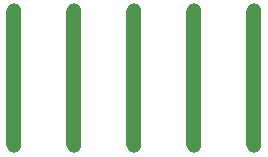
<source format=gbr>
%TF.GenerationSoftware,KiCad,Pcbnew,8.0.1*%
%TF.CreationDate,2024-05-01T10:03:54+09:00*%
%TF.ProjectId,LaserControlConnector,4c617365-7243-46f6-9e74-726f6c436f6e,rev?*%
%TF.SameCoordinates,Original*%
%TF.FileFunction,Paste,Bot*%
%TF.FilePolarity,Positive*%
%FSLAX46Y46*%
G04 Gerber Fmt 4.6, Leading zero omitted, Abs format (unit mm)*
G04 Created by KiCad (PCBNEW 8.0.1) date 2024-05-01 10:03:54*
%MOMM*%
%LPD*%
G01*
G04 APERTURE LIST*
G04 Aperture macros list*
%AMRoundRect*
0 Rectangle with rounded corners*
0 $1 Rounding radius*
0 $2 $3 $4 $5 $6 $7 $8 $9 X,Y pos of 4 corners*
0 Add a 4 corners polygon primitive as box body*
4,1,4,$2,$3,$4,$5,$6,$7,$8,$9,$2,$3,0*
0 Add four circle primitives for the rounded corners*
1,1,$1+$1,$2,$3*
1,1,$1+$1,$4,$5*
1,1,$1+$1,$6,$7*
1,1,$1+$1,$8,$9*
0 Add four rect primitives between the rounded corners*
20,1,$1+$1,$2,$3,$4,$5,0*
20,1,$1+$1,$4,$5,$6,$7,0*
20,1,$1+$1,$6,$7,$8,$9,0*
20,1,$1+$1,$8,$9,$2,$3,0*%
G04 Aperture macros list end*
%ADD10RoundRect,0.635000X-0.000010X-5.715000X0.000010X-5.715000X0.000010X5.715000X-0.000010X5.715000X0*%
G04 APERTURE END LIST*
D10*
%TO.C,JP2-L1*%
X137160000Y-76200000D03*
%TD*%
%TO.C,JP2-G2*%
X142240000Y-76200000D03*
%TD*%
%TO.C,JP2-P1*%
X132080000Y-76200000D03*
%TD*%
%TO.C,JP2-IN1*%
X147320000Y-76200000D03*
%TD*%
%TO.C,JP2-5V1*%
X152400000Y-76200000D03*
%TD*%
M02*

</source>
